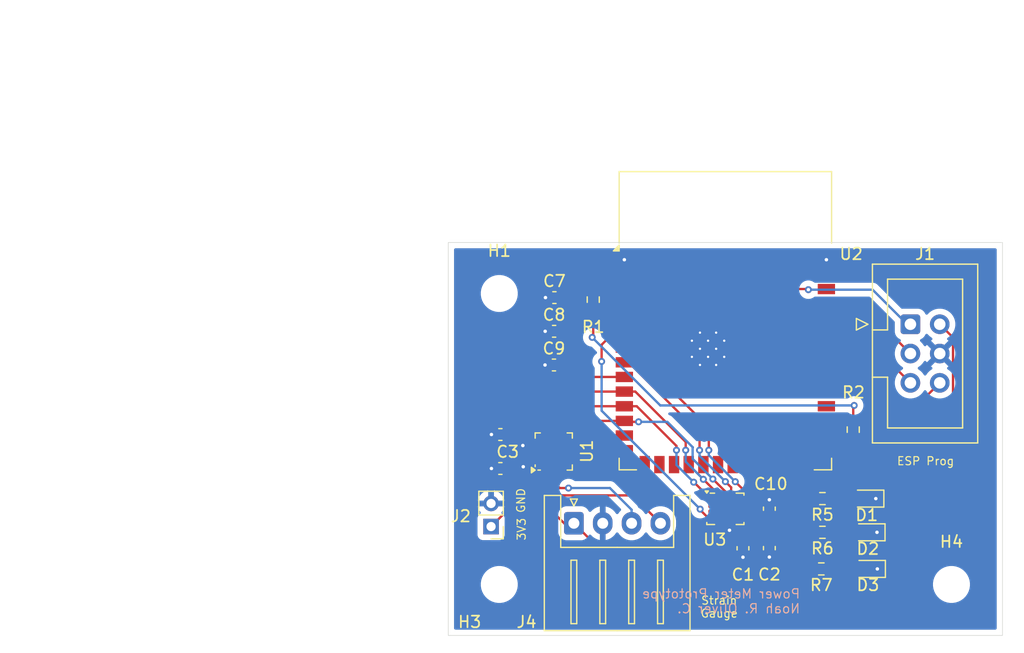
<source format=kicad_pcb>
(kicad_pcb (version 20241229) (generator "pcbnew") (generator_version "9.0")
  (title_block (title "dsads") (date "2024-07-18") (rev "1"))
  (layers (0 "F.Cu" signal) (2 "B.Cu" signal) (13 "F.Paste" user) (15 "B.Paste" user) (5 "F.SilkS" user "F.Silkscreen") (7 "B.SilkS" user "B.Silkscreen") (1 "F.Mask" user) (3 "B.Mask" user) (25 "Edge.Cuts" user))
  (net 0 "")
  (net 1 "+3V3")
  (net 2 "/SYNC_{ADC}")
  (net 3 "/ADS-")
  (net 4 "/CLK_{ADC}")
  (net 5 "/SCLK")
  (net 6 "/ADS+")
  (net 7 "/DRDY_{ADC}")
  (net 8 "/MISO")
  (net 9 "/CS_{ADC}")
  (net 10 "/MOSI")
  (net 11 "/CS_{gyro}")
  (net 22 "GND")
  (net 23 "Net-(D1-A)")
  (net 24 "Net-(D2-A)")
  (net 28 "Net-(D3-A)")
  (net 29 "/LED_{1}")
  (net 30 "/LED_{2}")
  (net 32 "/INT2_{gyro}")
  (net 33 "Net-(U1-CAP)")
  (net 37 "/INT1_{gyro}")
  (net 41 "/EN")
  (net 42 "/RX")
  (net 43 "/IO0")
  (net 44 "/TX")
  (net 56 "+3.3V")
  (footprint "RF_Module:ESP32-S3-WROOM-1" (layer "F.Cu") (at 153.035 96.339)
    (property "Reference" "U2" (at 10.8966 -5.7626 0) (layer "F.SilkS"))
    (property "Value" "ESP32-S3-WROOM-1")
    (fp_line (start -9.2 -12.9) (end -9.2 -6.7) (stroke (width 0.12)) (layer "F.SilkS"))
    (fp_line (start -9.2 -12.9) (end 9.2 -12.9) (stroke (width 0.12)) (layer "F.SilkS"))
    (fp_line (start -9.2 11.95) (end -9.2 12.95) (stroke (width 0.12)) (layer "F.SilkS"))
    (fp_line (start -9.2 12.95) (end -7.7 12.95) (stroke (width 0.12)) (layer "F.SilkS"))
    (fp_line (start 9.2 -12.9) (end 9.2 -6.7) (stroke (width 0.12)) (layer "F.SilkS"))
    (fp_line (start 9.2 12.95) (end 7.7 12.95) (stroke (width 0.12)) (layer "F.SilkS"))
    (fp_line (start 9.2 12.95) (end 9.2 11.95) (stroke (width 0.12)) (layer "F.SilkS"))
    (fp_poly (pts (xy -9.2 -6.025) (xy -9.7 -6.025) (xy -9.2 -6.525) (xy -9.2 -6.025)) (stroke (width 0.12)) (fill yes) (layer "F.SilkS"))
    (pad "1" smd rect (at -8.75 -5.26) (size 1.5 0.9) (layers "F.Cu" "F.Mask" "F.Paste") (net 22 "GND"))
    (pad "2" smd rect (at -8.75 -3.99) (size 1.5 0.9) (layers "F.Cu" "F.Mask" "F.Paste") (net 1 "+3V3"))
    (pad "3" smd rect (at -8.75 -2.72) (size 1.5 0.9) (layers "F.Cu" "F.Mask" "F.Paste") (net 41 "/EN"))
    (pad "4" smd rect (at -8.75 -1.45) (size 1.5 0.9) (layers "F.Cu" "F.Mask" "F.Paste"))
    (pad "5" smd rect (at -8.75 -0.18) (size 1.5 0.9) (layers "F.Cu" "F.Mask" "F.Paste"))
    (pad "6" smd rect (at -8.75 1.09) (size 1.5 0.9) (layers "F.Cu" "F.Mask" "F.Paste") (net 37 "/INT1_{gyro}"))
    (pad "7" smd rect (at -8.75 2.36) (size 1.5 0.9) (layers "F.Cu" "F.Mask" "F.Paste") (net 32 "/INT2_{gyro}"))
    (pad "8" smd rect (at -8.75 3.63) (size 1.5 0.9) (layers "F.Cu" "F.Mask" "F.Paste") (net 11 "/CS_{gyro}"))
    (pad "9" smd rect (at -8.75 4.9) (size 1.5 0.9) (layers "F.Cu" "F.Mask" "F.Paste") (net 4 "/CLK_{ADC}"))
    (pad "10" smd rect (at -8.75 6.17) (size 1.5 0.9) (layers "F.Cu" "F.Mask" "F.Paste") (net 10 "/MOSI"))
    (pad "11" smd rect (at -8.75 7.44) (size 1.5 0.9) (layers "F.Cu" "F.Mask" "F.Paste") (net 8 "/MISO"))
    (pad "12" smd rect (at -8.75 8.71) (size 1.5 0.9) (layers "F.Cu" "F.Mask" "F.Paste") (net 5 "/SCLK"))
    (pad "13" smd rect (at -8.75 9.98) (size 1.5 0.9) (layers "F.Cu" "F.Mask" "F.Paste") (net 7 "/DRDY_{ADC}"))
    (pad "14" smd rect (at -8.75 11.25 180) (size 1.5 0.9) (layers "F.Cu" "F.Mask" "F.Paste") (net 9 "/CS_{ADC}"))
    (pad "15" smd rect (at -6.985 12.5 270) (size 1.5 0.9) (layers "F.Cu" "F.Mask" "F.Paste") (net 2 "/SYNC_{ADC}"))
    (pad "16" smd rect (at -5.715 12.5 270) (size 1.5 0.9) (layers "F.Cu" "F.Mask" "F.Paste"))
    (pad "17" smd rect (at -4.445 12.5 270) (size 1.5 0.9) (layers "F.Cu" "F.Mask" "F.Paste"))
    (pad "18" smd rect (at -3.175 12.5 270) (size 1.5 0.9) (layers "F.Cu" "F.Mask" "F.Paste"))
    (pad "19" smd rect (at -1.905 12.5 270) (size 1.5 0.9) (layers "F.Cu" "F.Mask" "F.Paste"))
    (pad "20" smd rect (at -0.635 12.5 270) (size 1.5 0.9) (layers "F.Cu" "F.Mask" "F.Paste"))
    (pad "21" smd rect (at 0.635 12.5 270) (size 1.5 0.9) (layers "F.Cu" "F.Mask" "F.Paste"))
    (pad "22" smd rect (at 1.905 12.5 270) (size 1.5 0.9) (layers "F.Cu" "F.Mask" "F.Paste"))
    (pad "23" smd rect (at 3.175 12.5 270) (size 1.5 0.9) (layers "F.Cu" "F.Mask" "F.Paste"))
    (pad "24" smd rect (at 4.445 12.5 270) (size 1.5 0.9) (layers "F.Cu" "F.Mask" "F.Paste"))
    (pad "25" smd rect (at 5.715 12.5 270) (size 1.5 0.9) (layers "F.Cu" "F.Mask" "F.Paste") (net 30 "/LED_{2}"))
    (pad "26" smd rect (at 6.985 12.5 270) (size 1.5 0.9) (layers "F.Cu" "F.Mask" "F.Paste") (net 29 "/LED_{1}"))
    (pad "27" smd rect (at 8.75 11.25) (size 1.5 0.9) (layers "F.Cu" "F.Mask" "F.Paste") (net 43 "/IO0"))
    (pad "28" smd rect (at 8.75 9.98) (size 1.5 0.9) (layers "F.Cu" "F.Mask" "F.Paste"))
    (pad "29" smd rect (at 8.75 8.71) (size 1.5 0.9) (layers "F.Cu" "F.Mask" "F.Paste"))
    (pad "30" smd rect (at 8.75 7.44) (size 1.5 0.9) (layers "F.Cu" "F.Mask" "F.Paste"))
    (pad "31" smd rect (at 8.75 6.17) (size 1.5 0.9) (layers "F.Cu" "F.Mask" "F.Paste"))
    (pad "32" smd rect (at 8.75 4.9) (size 1.5 0.9) (layers "F.Cu" "F.Mask" "F.Paste"))
    (pad "33" smd rect (at 8.75 3.63) (size 1.5 0.9) (layers "F.Cu" "F.Mask" "F.Paste"))
    (pad "34" smd rect (at 8.75 2.36) (size 1.5 0.9) (layers "F.Cu" "F.Mask" "F.Paste"))
    (pad "35" smd rect (at 8.75 1.09) (size 1.5 0.9) (layers "F.Cu" "F.Mask" "F.Paste"))
    (pad "36" smd rect (at 8.75 -0.18) (size 1.5 0.9) (layers "F.Cu" "F.Mask" "F.Paste") (net 42 "/RX"))
    (pad "37" smd rect (at 8.75 -1.45) (size 1.5 0.9) (layers "F.Cu" "F.Mask" "F.Paste") (net 44 "/TX"))
    (pad "38" smd rect (at 8.75 -2.72) (size 1.5 0.9) (layers "F.Cu" "F.Mask" "F.Paste"))
    (pad "39" smd rect (at 8.75 -3.99) (size 1.5 0.9) (layers "F.Cu" "F.Mask" "F.Paste"))
    (pad "40" smd rect (at 8.75 -5.26) (size 1.5 0.9) (layers "F.Cu" "F.Mask" "F.Paste") (net 22 "GND"))
    (pad "41" thru_hole circle (at -2.9 1.76 90) (size 0.6 0.6) (drill 0.2) (property pad_prop_heatsink) (layers "*.Cu" "F.Mask") (net 22 "GND"))
    (pad "41" thru_hole circle (at -2.9 3.16) (size 0.6 0.6) (drill 0.2) (property pad_prop_heatsink) (layers "*.Cu" "F.Mask") (net 22 "GND"))
    (pad "41" thru_hole circle (at -2.2 1.06) (size 0.6 0.6) (drill 0.2) (property pad_prop_heatsink) (layers "*.Cu" "F.Mask") (net 22 "GND"))
    (pad "41" thru_hole circle (at -2.2 2.46) (size 0.6 0.6) (drill 0.2) (property pad_prop_heatsink) (layers "*.Cu" "F.Mask") (net 22 "GND"))
    (pad "41" thru_hole circle (at -2.2 3.86) (size 0.6 0.6) (drill 0.2) (property pad_prop_heatsink) (layers "*.Cu" "F.Mask") (net 22 "GND"))
    (pad "41" thru_hole circle (at -1.5 1.76) (size 0.6 0.6) (drill 0.2) (property pad_prop_heatsink) (layers "*.Cu" "F.Mask") (net 22 "GND"))
    (pad "41" smd rect (at -1.5 2.46 270) (size 3.9 3.9) (property pad_prop_heatsink) (layers "F.Cu" "F.Mask") (net 22 "GND"))
    (pad "41" thru_hole circle (at -1.5 3.16) (size 0.6 0.6) (drill 0.2) (property pad_prop_heatsink) (layers "*.Cu" "F.Mask") (net 22 "GND"))
    (pad "41" thru_hole circle (at -0.8 1.06) (size 0.6 0.6) (drill 0.2) (property pad_prop_heatsink) (layers "*.Cu" "F.Mask") (net 22 "GND"))
    (pad "41" thru_hole circle (at -0.8 2.46) (size 0.6 0.6) (drill 0.2) (property pad_prop_heatsink) (layers "*.Cu" "F.Mask") (net 22 "GND"))
    (pad "41" thru_hole circle (at -0.8 3.86) (size 0.6 0.6) (drill 0.2) (property pad_prop_heatsink) (layers "*.Cu" "F.Mask") (net 22 "GND"))
    (pad "41" thru_hole circle (at -0.1 1.76) (size 0.6 0.6) (drill 0.2) (property pad_prop_heatsink) (layers "*.Cu" "F.Mask") (net 22 "GND"))
    (pad "41" thru_hole circle (at -0.1 3.16) (size 0.6 0.6) (drill 0.2) (property pad_prop_heatsink) (layers "*.Cu" "F.Mask") (net 22 "GND"))
    (zone (net 0) (net_name "") (layers "F.Cu" "B.Cu") (connect_pads (clearance 0)) (min_thickness 0.254)
      (keepout (tracks not_allowed) (vias not_allowed) (pads not_allowed) (copperpour not_allowed) (footprints not_allowed))
      (fill (thermal_gap 0.508) (thermal_bridge_width 0.508))
      (polygon (pts (xy 129.035 89.589) (xy 177.035 89.589) (xy 177.035 68.589) (xy 129.035 68.589)))
    )
  )
  (footprint "Capacitor_SMD:C_0603_1608Metric" (layer "F.Cu") (at 133.5464 106.2296)
    (property "Reference" "C4" (hide yes))
    (property "Value" "220n")
    (fp_line (start -0.14058 -0.51) (end 0.14058 -0.51) (stroke (width 0.12)) (layer "F.SilkS"))
    (fp_line (start -0.14058 0.51) (end 0.14058 0.51) (stroke (width 0.12)) (layer "F.SilkS"))
    (pad "1" smd roundrect (at -0.775 0) (size 0.9 0.95) (layers "F.Cu" "F.Mask" "F.Paste") (net 22 "GND"))
    (pad "2" smd roundrect (at 0.775 0) (size 0.9 0.95) (layers "F.Cu" "F.Mask" "F.Paste") (net 33 "Net-(U1-CAP)"))
  )
  (footprint "Capacitor_SMD:C_0603_1608Metric" (layer "F.Cu") (at 133.5464 109.176)
    (property "Reference" "C3" (at 0.635 -1.4478 180) (layer "F.SilkS"))
    (property "Value" "1u")
    (fp_line (start -0.14058 -0.51) (end 0.14058 -0.51) (stroke (width 0.12)) (layer "F.SilkS"))
    (fp_line (start -0.14058 0.51) (end 0.14058 0.51) (stroke (width 0.12)) (layer "F.SilkS"))
    (pad "1" smd roundrect (at -0.775 0) (size 0.9 0.95) (layers "F.Cu" "F.Mask" "F.Paste") (net 22 "GND"))
    (pad "2" smd roundrect (at 0.775 0) (size 0.9 0.95) (layers "F.Cu" "F.Mask" "F.Paste") (net 1 "+3V3"))
  )
  (footprint "Capacitor_SMD:C_0603_1608Metric" (layer "F.Cu") (at 138.2268 94.361)
    (property "Reference" "C7" (at 0 -1.43 0) (layer "F.SilkS"))
    (property "Value" "10n")
    (fp_line (start -0.14058 -0.51) (end 0.14058 -0.51) (stroke (width 0.12)) (layer "F.SilkS"))
    (fp_line (start -0.14058 0.51) (end 0.14058 0.51) (stroke (width 0.12)) (layer "F.SilkS"))
    (pad "1" smd roundrect (at -0.775 0) (size 0.9 0.95) (layers "F.Cu" "F.Mask" "F.Paste") (net 22 "GND"))
    (pad "2" smd roundrect (at 0.775 0) (size 0.9 0.95) (layers "F.Cu" "F.Mask" "F.Paste") (net 1 "+3V3"))
  )
  (footprint "LED_SMD:LED_0603_1608Metric" (layer "F.Cu") (at 165.3793 114.7064 180)
    (property "Reference" "D2" (at 0 -1.43 0) (layer "F.SilkS"))
    (property "Value" "LED")
    (fp_line (start 0.8 -0.735) (end -1.485 -0.735) (stroke (width 0.12)) (layer "F.SilkS"))
    (fp_line (start -1.485 0.735) (end 0.8 0.735) (stroke (width 0.12)) (layer "F.SilkS"))
    (fp_line (start -1.485 -0.735) (end -1.485 0.735) (stroke (width 0.12)) (layer "F.SilkS"))
    (pad "1" smd roundrect (at -0.7875 0 180) (size 0.875 0.95) (layers "F.Cu" "F.Mask" "F.Paste") (net 22 "GND"))
    (pad "2" smd roundrect (at 0.7875 0 180) (size 0.875 0.95) (layers "F.Cu" "F.Mask" "F.Paste") (net 24 "Net-(D2-A)"))
  )
  (footprint "Resistor_SMD:R_0603_1608Metric" (layer "F.Cu") (at 161.4423 111.7854)
    (property "Reference" "R5" (at 0 1.397 0) (layer "F.SilkS"))
    (property "Value" "320")
    (fp_line (start -0.237258 -0.5225) (end 0.237258 -0.5225) (stroke (width 0.12)) (layer "F.SilkS"))
    (fp_line (start -0.237258 0.5225) (end 0.237258 0.5225) (stroke (width 0.12)) (layer "F.SilkS"))
    (pad "1" smd roundrect (at -0.825 0) (size 0.8 0.95) (layers "F.Cu" "F.Mask" "F.Paste") (net 29 "/LED_{1}"))
    (pad "2" smd roundrect (at 0.825 0) (size 0.8 0.95) (layers "F.Cu" "F.Mask" "F.Paste") (net 23 "Net-(D1-A)"))
  )
  (footprint "Capacitor_SMD:C_0603_1608Metric" (layer "F.Cu") (at 138.1884 100.203)
    (property "Reference" "C9" (at 0 -1.43 0) (layer "F.SilkS"))
    (property "Value" "1u")
    (fp_line (start -0.14058 -0.51) (end 0.14058 -0.51) (stroke (width 0.12)) (layer "F.SilkS"))
    (fp_line (start -0.14058 0.51) (end 0.14058 0.51) (stroke (width 0.12)) (layer "F.SilkS"))
    (pad "1" smd roundrect (at -0.775 0) (size 0.9 0.95) (layers "F.Cu" "F.Mask" "F.Paste") (net 22 "GND"))
    (pad "2" smd roundrect (at 0.775 0) (size 0.9 0.95) (layers "F.Cu" "F.Mask" "F.Paste") (net 1 "+3V3"))
  )
  (footprint "Resistor_SMD:R_0603_1608Metric" (layer "F.Cu") (at 164.11 105.805 -90)
    (property "Reference" "R2" (at -3.225 -0.02 180) (layer "F.SilkS"))
    (property "Value" "5.1k")
    (fp_line (start -0.237258 0.5225) (end 0.237258 0.5225) (stroke (width 0.12)) (layer "F.SilkS"))
    (fp_line (start -0.237258 -0.5225) (end 0.237258 -0.5225) (stroke (width 0.12)) (layer "F.SilkS"))
    (pad "1" smd roundrect (at -0.825 0 270) (size 0.8 0.95) (layers "F.Cu" "F.Mask" "F.Paste") (net 56 "+3.3V"))
    (pad "2" smd roundrect (at 0.825 0 270) (size 0.8 0.95) (layers "F.Cu" "F.Mask" "F.Paste") (net 43 "/IO0"))
  )
  (footprint "MountingHole:MountingHole_2.7mm_M2.5" (layer "F.Cu") (at 172.6184 119.2276)
    (property "Reference" "H4" (at 0 -3.7 0) (layer "F.SilkS"))
    (property "Value" "M2.5")
    (pad "" np_thru_hole circle (at 0 0) (size 2.7 2.7) (drill 2.7) (layers "*.Cu" "*.Mask"))
  )
  (footprint "Connector_JST:JST_XH_S4B-XH-A_1x04_P2.50mm_Horizontal" (layer "F.Cu") (at 139.9124 113.9234)
    (property "Reference" "J4" (at -4.0986 8.5554 0) (layer "F.SilkS"))
    (property "Value" "Conn_01x04_Pin")
    (fp_line (start -2.56 -2.41) (end -1.14 -2.41) (stroke (width 0.12)) (layer "F.SilkS"))
    (fp_line (start -2.56 9.31) (end -2.56 -2.41) (stroke (width 0.12)) (layer "F.SilkS"))
    (fp_line (start -1.14 -2.41) (end -1.14 2.09) (stroke (width 0.12)) (layer "F.SilkS"))
    (fp_line (start -1.14 2.09) (end 3.75 2.09) (stroke (width 0.12)) (layer "F.SilkS"))
    (fp_line (start -0.3 -2.1) (end 0.3 -2.1) (stroke (width 0.12)) (layer "F.SilkS"))
    (fp_line (start -0.25 3.2) (end -0.25 8.7) (stroke (width 0.12)) (layer "F.SilkS"))
    (fp_line (start -0.25 8.7) (end 0.25 8.7) (stroke (width 0.12)) (layer "F.SilkS"))
    (fp_line (start 0 -1.5) (end -0.3 -2.1) (stroke (width 0.12)) (layer "F.SilkS"))
    (fp_line (start 0.25 3.2) (end -0.25 3.2) (stroke (width 0.12)) (layer "F.SilkS"))
    (fp_line (start 0.25 8.7) (end 0.25 3.2) (stroke (width 0.12)) (layer "F.SilkS"))
    (fp_line (start 0.3 -2.1) (end 0 -1.5) (stroke (width 0.12)) (layer "F.SilkS"))
    (fp_line (start 2.25 3.2) (end 2.25 8.7) (stroke (width 0.12)) (layer "F.SilkS"))
    (fp_line (start 2.25 8.7) (end 2.75 8.7) (stroke (width 0.12)) (layer "F.SilkS"))
    (fp_line (start 2.75 3.2) (end 2.25 3.2) (stroke (width 0.12)) (layer "F.SilkS"))
    (fp_line (start 2.75 8.7) (end 2.75 3.2) (stroke (width 0.12)) (layer "F.SilkS"))
    (fp_line (start 3.75 9.31) (end -2.56 9.31) (stroke (width 0.12)) (layer "F.SilkS"))
    (fp_line (start 3.75 9.31) (end 10.06 9.31) (stroke (width 0.12)) (layer "F.SilkS"))
    (fp_line (start 4.75 3.2) (end 4.75 8.7) (stroke (width 0.12)) (layer "F.SilkS"))
    (fp_line (start 4.75 8.7) (end 5.25 8.7) (stroke (width 0.12)) (layer "F.SilkS"))
    (fp_line (start 5.25 3.2) (end 4.75 3.2) (stroke (width 0.12)) (layer "F.SilkS"))
    (fp_line (start 5.25 8.7) (end 5.25 3.2) (stroke (width 0.12)) (layer "F.SilkS"))
    (fp_line (start 7.25 3.2) (end 7.25 8.7) (stroke (width 0.12)) (layer "F.SilkS"))
    (fp_line (start 7.25 8.7) (end 7.75 8.7) (stroke (width 0.12)) (layer "F.SilkS"))
    (fp_line (start 7.75 3.2) (end 7.25 3.2) (stroke (width 0.12)) (layer "F.SilkS"))
    (fp_line (start 7.75 8.7) (end 7.75 3.2) (stroke (width 0.12)) (layer "F.SilkS"))
    (fp_line (start 8.64 -2.41) (end 8.64 2.09) (stroke (width 0.12)) (layer "F.SilkS"))
    (fp_line (start 8.64 2.09) (end 3.75 2.09) (stroke (width 0.12)) (layer "F.SilkS"))
    (fp_line (start 10.06 -2.41) (end 8.64 -2.41) (stroke (width 0.12)) (layer "F.SilkS"))
    (fp_line (start 10.06 9.31) (end 10.06 -2.41) (stroke (width 0.12)) (layer "F.SilkS"))
    (pad "1" thru_hole roundrect (at 0 0) (size 1.7 1.95) (drill 0.95) (layers "*.Cu" "*.Mask") (roundrect_rratio 0.147059) (net 1 "+3V3"))
    (pad "2" thru_hole oval (at 2.5 0) (size 1.7 1.95) (drill 0.95) (layers "*.Cu" "*.Mask") (net 22 "GND"))
    (pad "3" thru_hole oval (at 5 0) (size 1.7 1.95) (drill 0.95) (layers "*.Cu" "*.Mask") (net 3 "/ADS-"))
    (pad "4" thru_hole oval (at 7.5 0) (size 1.7 1.95) (drill 0.95) (layers "*.Cu" "*.Mask") (net 6 "/ADS+"))
  )
  (footprint "Resistor_SMD:R_0603_1608Metric" (layer "F.Cu") (at 161.4423 114.7064)
    (property "Reference" "R6" (at 0 1.397 0) (layer "F.SilkS"))
    (property "Value" "320")
    (fp_line (start -0.237258 -0.5225) (end 0.237258 -0.5225) (stroke (width 0.12)) (layer "F.SilkS"))
    (fp_line (start -0.237258 0.5225) (end 0.237258 0.5225) (stroke (width 0.12)) (layer "F.SilkS"))
    (pad "1" smd roundrect (at -0.825 0) (size 0.8 0.95) (layers "F.Cu" "F.Mask" "F.Paste") (net 30 "/LED_{2}"))
    (pad "2" smd roundrect (at 0.825 0) (size 0.8 0.95) (layers "F.Cu" "F.Mask" "F.Paste") (net 24 "Net-(D2-A)"))
  )
  (footprint "MountingHole:MountingHole_2.7mm_M2.5" (layer "F.Cu") (at 133.4516 94.0054)
    (property "Reference" "H1" (at 0 -3.7 0) (layer "F.SilkS"))
    (property "Value" "M2.5")
    (pad "" np_thru_hole circle (at 0 0) (size 2.7 2.7) (drill 2.7) (layers "*.Cu" "*.Mask"))
  )
  (footprint "Capacitor_SMD:C_0603_1608Metric" (layer "F.Cu") (at 154.559 116.091 90)
    (property "Reference" "C1" (at -2.286 0 180) (layer "F.SilkS"))
    (property "Value" "10n")
    (fp_line (start -0.14058 -0.51) (end 0.14058 -0.51) (stroke (width 0.12)) (layer "F.SilkS"))
    (fp_line (start -0.14058 0.51) (end 0.14058 0.51) (stroke (width 0.12)) (layer "F.SilkS"))
    (pad "1" smd roundrect (at -0.775 0 90) (size 0.9 0.95) (layers "F.Cu" "F.Mask" "F.Paste") (net 22 "GND"))
    (pad "2" smd roundrect (at 0.775 0 90) (size 0.9 0.95) (layers "F.Cu" "F.Mask" "F.Paste") (net 1 "+3V3"))
  )
  (footprint "Resistor_SMD:R_0603_1608Metric" (layer "F.Cu") (at 161.3468 117.8814)
    (property "Reference" "R7" (at 0 1.397 0) (layer "F.SilkS"))
    (property "Value" "320")
    (fp_line (start -0.237258 -0.5225) (end 0.237258 -0.5225) (stroke (width 0.12)) (layer "F.SilkS"))
    (fp_line (start -0.237258 0.5225) (end 0.237258 0.5225) (stroke (width 0.12)) (layer "F.SilkS"))
    (pad "1" smd roundrect (at -0.825 0) (size 0.8 0.95) (layers "F.Cu" "F.Mask" "F.Paste") (net 1 "+3V3"))
    (pad "2" smd roundrect (at 0.825 0) (size 0.8 0.95) (layers "F.Cu" "F.Mask" "F.Paste") (net 28 "Net-(D3-A)"))
  )
  (footprint "Package_LGA:LGA-14_3x2.5mm_P0.5mm_LayoutBorder3x4y" (layer "F.Cu") (at 153.035 112.6725)
    (property "Reference" "U3" (at -0.9144 2.6689 0) (layer "F.SilkS"))
    (property "Value" "ICM-42670-P1")
    (fp_line (start -1.61 1.36) (end -1.61 1.185) (stroke (width 0.12)) (layer "F.SilkS"))
    (fp_line (start -0.935 -1.36) (end -1.31 -1.36) (stroke (width 0.12)) (layer "F.SilkS"))
    (fp_line (start -0.935 1.36) (end -1.61 1.36) (stroke (width 0.12)) (layer "F.SilkS"))
    (fp_line (start 0.935 -1.36) (end 1.61 -1.36) (stroke (width 0.12)) (layer "F.SilkS"))
    (fp_line (start 0.935 1.36) (end 1.61 1.36) (stroke (width 0.12)) (layer "F.SilkS"))
    (fp_line (start 1.61 -1.36) (end 1.61 -1.185) (stroke (width 0.12)) (layer "F.SilkS"))
    (fp_line (start 1.61 1.36) (end 1.61 1.185) (stroke (width 0.12)) (layer "F.SilkS"))
    (fp_poly (pts (xy -1.61 -1.36) (xy -1.75 -1.55) (xy -1.47 -1.55) (xy -1.61 -1.36)) (stroke (width 0.12)) (fill yes) (layer "F.SilkS"))
    (pad "1" smd roundrect (at -1.1625 -0.75) (size 0.625 0.35) (layers "F.Cu" "F.Mask" "F.Paste") (net 8 "/MISO"))
    (pad "2" smd roundrect (at -1.1625 -0.25) (size 0.625 0.35) (layers "F.Cu" "F.Mask" "F.Paste"))
    (pad "3" smd roundrect (at -1.1625 0.25) (size 0.625 0.35) (layers "F.Cu" "F.Mask" "F.Paste"))
    (pad "4" smd roundrect (at -1.1625 0.75) (size 0.625 0.35) (layers "F.Cu" "F.Mask" "F.Paste") (net 37 "/INT1_{gyro}"))
    (pad "5" smd roundrect (at -0.5 0.9125) (size 0.35 0.625) (layers "F.Cu" "F.Mask" "F.Paste") (net 1 "+3V3"))
    (pad "6" smd roundrect (at 0 0.9125) (size 0.35 0.625) (layers "F.Cu" "F.Mask" "F.Paste") (net 22 "GND"))
    (pad "7" smd roundrect (at 0.5 0.9125) (size 0.35 0.625) (layers "F.Cu" "F.Mask" "F.Paste") (net 22 "GND"))
    (pad "8" smd roundrect (at 1.1625 0.75) (size 0.625 0.35) (layers "F.Cu" "F.Mask" "F.Paste") (net 1 "+3V3"))
    (pad "9" smd roundrect (at 1.1625 0.25) (size 0.625 0.35) (layers "F.Cu" "F.Mask" "F.Paste") (net 32 "/INT2_{gyro}"))
    (pad "10" smd roundrect (at 1.1625 -0.25) (size 0.625 0.35) (layers "F.Cu" "F.Mask" "F.Paste"))
    (pad "11" smd roundrect (at 1.1625 -0.75) (size 0.625 0.35) (layers "F.Cu" "F.Mask" "F.Paste"))
    (pad "12" smd roundrect (at 0.5 -0.9125) (size 0.35 0.625) (layers "F.Cu" "F.Mask" "F.Paste") (net 11 "/CS_{gyro}"))
    (pad "13" smd roundrect (at 0 -0.9125) (size 0.35 0.625) (layers "F.Cu" "F.Mask" "F.Paste") (net 5 "/SCLK"))
    (pad "14" smd roundrect (at -0.5 -0.9125) (size 0.35 0.625) (layers "F.Cu" "F.Mask" "F.Paste") (net 10 "/MOSI"))
  )
  (footprint "MountingHole:MountingHole_2.7mm_M2.5" (layer "F.Cu") (at 133.4516 119.2276)
    (property "Reference" "H3" (at -2.5654 3.2512 0) (layer "F.SilkS"))
    (property "Value" "M2.5")
    (pad "" np_thru_hole circle (at 0 0) (size 2.7 2.7) (drill 2.7) (layers "*.Cu" "*.Mask"))
  )
  (footprint "Capacitor_SMD:C_0603_1608Metric" (layer "F.Cu") (at 138.2014 97.282)
    (property "Reference" "C8" (at 0 -1.43 0) (layer "F.SilkS"))
    (property "Value" "100n")
    (fp_line (start -0.14058 -0.51) (end 0.14058 -0.51) (stroke (width 0.12)) (layer "F.SilkS"))
    (fp_line (start -0.14058 0.51) (end 0.14058 0.51) (stroke (width 0.12)) (layer "F.SilkS"))
    (pad "1" smd roundrect (at -0.775 0) (size 0.9 0.95) (layers "F.Cu" "F.Mask" "F.Paste") (net 22 "GND"))
    (pad "2" smd roundrect (at 0.775 0) (size 0.9 0.95) (layers "F.Cu" "F.Mask" "F.Paste") (net 1 "+3V3"))
  )
  (footprint "Connector_PinHeader_2.00mm:PinHeader_1x02_P2.00mm_Vertical" (layer "F.Cu") (at 132.7404 114.2078 180)
    (property "Reference" "J2" (at 2.6162 0.8984 180) (layer "F.SilkS"))
    (property "Value" "Conn_01x02_Pin")
    (fp_line (start 1.06 1) (end 1.06 3.06) (stroke (width 0.12)) (layer "F.SilkS"))
    (fp_line (start -1.06 3.06) (end 1.06 3.06) (stroke (width 0.12)) (layer "F.SilkS"))
    (fp_line (start -1.06 1) (end 1.06 1) (stroke (width 0.12)) (layer "F.SilkS"))
    (fp_line (start -1.06 1) (end -1.06 3.06) (stroke (width 0.12)) (layer "F.SilkS"))
    (fp_line (start -1.06 0) (end -1.06 -1.06) (stroke (width 0.12)) (layer "F.SilkS"))
    (fp_line (start -1.06 -1.06) (end 0 -1.06) (stroke (width 0.12)) (layer "F.SilkS"))
    (pad "1" thru_hole rect (at 0 0 180) (size 1.35 1.35) (drill 0.8) (layers "*.Cu" "*.Mask") (net 1 "+3V3"))
    (pad "2" thru_hole oval (at 0 2 180) (size 1.35 1.35) (drill 0.8) (layers "*.Cu" "*.Mask") (net 22 "GND"))
  )
  (footprint "LED_SMD:LED_0603_1608Metric" (layer "F.Cu") (at 165.2778 111.7854 180)
    (property "Reference" "D1" (at 0 -1.43 0) (layer "F.SilkS"))
    (property "Value" "LED")
    (fp_line (start 0.8 -0.735) (end -1.485 -0.735) (stroke (width 0.12)) (layer "F.SilkS"))
    (fp_line (start -1.485 0.735) (end 0.8 0.735) (stroke (width 0.12)) (layer "F.SilkS"))
    (fp_line (start -1.485 -0.735) (end -1.485 0.735) (stroke (width 0.12)) (layer "F.SilkS"))
    (pad "1" smd roundrect (at -0.7875 0 180) (size 0.875 0.95) (layers "F.Cu" "F.Mask" "F.Paste") (net 22 "GND"))
    (pad "2" smd roundrect (at 0.7875 0 180) (size 0.875 0.95) (layers "F.Cu" "F.Mask" "F.Paste") (net 23 "Net-(D1-A)"))
  )
  (footprint "Capacitor_SMD:C_0603_1608Metric" (layer "F.Cu") (at 156.845 112.6595 -90)
    (property "Reference" "C10" (at -2.146 -0.127 180) (layer "F.SilkS"))
    (property "Value" "2.2u")
    (fp_line (start -0.14058 0.51) (end 0.14058 0.51) (stroke (width 0.12)) (layer "F.SilkS"))
    (fp_line (start -0.14058 -0.51) (end 0.14058 -0.51) (stroke (width 0.12)) (layer "F.SilkS"))
    (pad "1" smd roundrect (at -0.775 0 270) (size 0.9 0.95) (layers "F.Cu" "F.Mask" "F.Paste") (net 22 "GND"))
    (pad "2" smd roundrect (at 0.775 0 270) (size 0.9 0.95) (layers "F.Cu" "F.Mask" "F.Paste") (net 1 "+3V3"))
  )
  (footprint "LED_SMD:LED_0603_1608Metric" (layer "F.Cu") (at 165.4108 117.8814 180)
    (property "Reference" "D3" (at 0.0255 -1.397 0) (layer "F.SilkS"))
    (property "Value" "LED")
    (fp_line (start 0.8 -0.735) (end -1.485 -0.735) (stroke (width 0.12)) (layer "F.SilkS"))
    (fp_line (start -1.485 0.735) (end 0.8 0.735) (stroke (width 0.12)) (layer "F.SilkS"))
    (fp_line (start -1.485 -0.735) (end -1.485 0.735) (stroke (width 0.12)) (layer "F.SilkS"))
    (pad "1" smd roundrect (at -0.7875 0 180) (size 0.875 0.95) (layers "F.Cu" "F.Mask" "F.Paste") (net 22 "GND"))
    (pad "2" smd roundrect (at 0.7875 0 180) (size 0.875 0.95) (layers "F.Cu" "F.Mask" "F.Paste") (net 28 "Net-(D3-A)"))
  )
  (footprint "Connector_IDC:IDC-Header_2x03_P2.54mm_Vertical" (layer "F.Cu") (at 169.0624 96.6724)
    (property "Reference" "J1" (at 1.27 -6.1 0) (layer "F.SilkS"))
    (property "Value" "Conn_02x03_Odd_Even")
    (fp_line (start -4.68 -0.5) (end -4.68 0.5) (stroke (width 0.12)) (layer "F.SilkS"))
    (fp_line (start -4.68 0.5) (end -3.68 0) (stroke (width 0.12)) (layer "F.SilkS"))
    (fp_line (start -3.68 0) (end -4.68 -0.5) (stroke (width 0.12)) (layer "F.SilkS"))
    (fp_line (start -3.29 -5.21) (end 5.83 -5.21) (stroke (width 0.12)) (layer "F.SilkS"))
    (fp_line (start -3.29 0.49) (end -1.98 0.49) (stroke (width 0.12)) (layer "F.SilkS"))
    (fp_line (start -3.29 10.29) (end -3.29 -5.21) (stroke (width 0.12)) (layer "F.SilkS"))
    (fp_line (start -1.98 -3.91) (end 4.52 -3.91) (stroke (width 0.12)) (layer "F.SilkS"))
    (fp_line (start -1.98 0.49) (end -1.98 -3.91) (stroke (width 0.12)) (layer "F.SilkS"))
    (fp_line (start -1.98 4.59) (end -3.29 4.59) (stroke (width 0.12)) (layer "F.SilkS"))
    (fp_line (start -1.98 4.59) (end -1.98 4.59) (stroke (width 0.12)) (layer "F.SilkS"))
    (fp_line (start -1.98 8.99) (end -1.98 4.59) (stroke (width 0.12)) (layer "F.SilkS"))
    (fp_line (start 4.52 -3.91) (end 4.52 8.99) (stroke (width 0.12)) (layer "F.SilkS"))
    (fp_line (start 4.52 8.99) (end -1.98 8.99) (stroke (width 0.12)) (layer "F.SilkS"))
    (fp_line (start 5.83 -5.21) (end 5.83 10.29) (stroke (width 0.12)) (layer "F.SilkS"))
    (fp_line (start 5.83 10.29) (end -3.29 10.29) (stroke (width 0.12)) (layer "F.SilkS"))
    (pad "1" thru_hole roundrect (at 0 0) (size 1.7 1.7) (drill 1) (layers "*.Cu" "*.Mask") (roundrect_rratio 0.147059) (net 41 "/EN"))
    (pad "2" thru_hole circle (at 2.54 0) (size 1.7 1.7) (drill 1) (layers "*.Cu" "*.Mask") (net 1 "+3V3"))
    (pad "3" thru_hole circle (at 0 2.54) (size 1.7 1.7) (drill 1) (layers "*.Cu" "*.Mask") (net 44 "/TX"))
    (pad "4" thru_hole circle (at 2.54 2.54) (size 1.7 1.7) (drill 1) (layers "*.Cu" "*.Mask") (net 22 "GND"))
    (pad "5" thru_hole circle (at 0 5.08) (size 1.7 1.7) (drill 1) (layers "*.Cu" "*.Mask") (net 42 "/RX"))
    (pad "6" thru_hole circle (at 2.54 5.08) (size 1.7 1.7) (drill 1) (layers "*.Cu" "*.Mask") (net 43 "/IO0"))
  )
  (footprint "Resistor_SMD:R_0603_1608Metric" (layer "F.Cu") (at 141.59 94.535 -90)
    (property "Reference" "R1" (at 2.365 0 180) (layer "F.SilkS"))
    (property "Value" "5.1k")
    (fp_line (start -0.237258 0.5225) (end 0.237258 0.5225) (stroke (width 0.12)) (layer "F.SilkS"))
    (fp_line (start -0.237258 -0.5225) (end 0.237258 -0.5225) (stroke (width 0.12)) (layer "F.SilkS"))
    (pad "1" smd roundrect (at -0.825 0 270) (size 0.8 0.95) (layers "F.Cu" "F.Mask" "F.Paste") (net 41 "/EN"))
    (pad "2" smd roundrect (at 0.825 0 270) (size 0.8 0.95) (layers "F.Cu" "F.Mask" "F.Paste") (net 56 "+3.3V"))
  )
  (footprint "Package_DFN_QFN:WQFN-20-1EP_3x3mm_P0.4mm_EP1.7x1.7mm" (layer "F.Cu") (at 138.1692 107.7028 90)
    (property "Reference" "U1" (at 0.0254 2.8702 90) (layer "F.SilkS"))
    (property "Value" "ADS131M03")
    (fp_line (start 1.61 -1.61) (end 1.61 -1.16) (stroke (width 0.12)) (layer "F.SilkS"))
    (fp_line (start 1.16 -1.61) (end 1.61 -1.61) (stroke (width 0.12)) (layer "F.SilkS"))
    (fp_line (start -1.16 -1.61) (end -1.31 -1.61) (stroke (width 0.12)) (layer "F.SilkS"))
    (fp_line (start -1.61 -1.16) (end -1.61 -1.37) (stroke (width 0.12)) (layer "F.SilkS"))
    (fp_line (start 1.61 1.61) (end 1.61 1.16) (stroke (width 0.12)) (layer "F.SilkS"))
    (fp_line (start 1.16 1.61) (end 1.61 1.61) (stroke (width 0.12)) (layer "F.SilkS"))
    (fp_line (start -1.16 1.61) (end -1.61 1.61) (stroke (width 0.12)) (layer "F.SilkS"))
    (fp_line (start -1.61 1.61) (end -1.61 1.16) (stroke (width 0.12)) (layer "F.SilkS"))
    (fp_poly (pts (xy -1.61 -1.61) (xy -1.85 -1.94) (xy -1.37 -1.94) (xy -1.61 -1.61)) (stroke (width 0.12)) (fill yes) (layer "F.SilkS"))
    (pad "1" smd roundrect (at -1.4625 -0.8 90) (size 0.825 0.2) (layers "F.Cu" "F.Mask" "F.Paste") (net 6 "/ADS+"))
    (pad "2" smd roundrect (at -1.4625 -0.4 90) (size 0.825 0.2) (layers "F.Cu" "F.Mask" "F.Paste") (net 3 "/ADS-"))
    (pad "3" smd roundrect (at -1.4625 0 90) (size 0.825 0.2) (layers "F.Cu" "F.Mask" "F.Paste"))
    (pad "4" smd roundrect (at -1.4625 0.4 90) (size 0.825 0.2) (layers "F.Cu" "F.Mask" "F.Paste"))
    (pad "5" smd roundrect (at -1.4625 0.8 90) (size 0.825 0.2) (layers "F.Cu" "F.Mask" "F.Paste"))
    (pad "6" smd roundrect (at -0.8 1.4625 90) (size 0.2 0.825) (layers "F.Cu" "F.Mask" "F.Paste"))
    (pad "7" smd roundrect (at -0.4 1.4625 90) (size 0.2 0.825) (layers "F.Cu" "F.Mask" "F.Paste"))
    (pad "8" smd roundrect (at 0 1.4625 90) (size 0.2 0.825) (layers "F.Cu" "F.Mask" "F.Paste"))
    (pad "9" smd roundrect (at 0.4 1.4625 90) (size 0.2 0.825) (layers "F.Cu" "F.Mask" "F.Paste") (net 2 "/SYNC_{ADC}"))
    (pad "10" smd roundrect (at 0.8 1.4625 90) (size 0.2 0.825) (layers "F.Cu" "F.Mask" "F.Paste") (net 9 "/CS_{ADC}"))
    (pad "11" smd roundrect (at 1.4625 0.8 90) (size 0.825 0.2) (layers "F.Cu" "F.Mask" "F.Paste") (net 7 "/DRDY_{ADC}"))
    (pad "12" smd roundrect (at 1.4625 0.4 90) (size 0.825 0.2) (layers "F.Cu" "F.Mask" "F.Paste") (net 5 "/SCLK"))
    (pad "13" smd roundrect (at 1.4625 0 90) (size 0.825 0.2) (layers "F.Cu" "F.Mask" "F.Paste") (net 8 "/MISO"))
    (pad "14" smd roundrect (at 1.4625 -0.4 90) (size 0.825 0.2) (layers "F.Cu" "F.Mask" "F.Paste") (net 10 "/MOSI"))
    (pad "15" smd roundrect (at 1.4625 -0.8 90) (size 0.825 0.2) (layers "F.Cu" "F.Mask" "F.Paste") (net 4 "/CLK_{ADC}"))
    (pad "16" smd roundrect (at 0.8 -1.4625 90) (size 0.2 0.825) (layers "F.Cu" "F.Mask" "F.Paste") (net 33 "Net-(U1-CAP)"))
    (pad "17" smd roundrect (at 0.4 -1.4625 90) (size 0.2 0.825) (layers "F.Cu" "F.Mask" "F.Paste") (net 22 "GND"))
    (pad "18" smd roundrect (at 0 -1.4625 90) (size 0.2 0.825) (layers "F.Cu" "F.Mask" "F.Paste") (net 1 "+3V3"))
    (pad "19" smd roundrect (at -0.4 -1.4625 90) (size 0.2 0.825) (layers "F.Cu" "F.Mask" "F.Paste") (net 1 "+3V3"))
    (pad "20" smd roundrect (at -0.8 -1.4625 90) (size 0.2 0.825) (layers "F.Cu" "F.Mask" "F.Paste") (net 22 "GND"))
    (pad "21" smd rect (at 0 0 90) (size 1.7 1.7) (property pad_prop_heatsink) (layers "F.Cu" "F.Mask"))
  )
  (footprint "Capacitor_SMD:C_0603_1608Metric" (layer "F.Cu") (at 156.845 116.078 90)
    (property "Reference" "C2" (at -2.286 0 180) (layer "F.SilkS"))
    (property "Value" "0.1u")
    (fp_line (start -0.14058 -0.51) (end 0.14058 -0.51) (stroke (width 0.12)) (layer "F.SilkS"))
    (fp_line (start -0.14058 0.51) (end 0.14058 0.51) (stroke (width 0.12)) (layer "F.SilkS"))
    (pad "1" smd roundrect (at -0.775 0 90) (size 0.9 0.95) (layers "F.Cu" "F.Mask" "F.Paste") (net 22 "GND"))
    (pad "2" smd roundrect (at 0.775 0 90) (size 0.9 0.95) (layers "F.Cu" "F.Mask" "F.Paste") (net 1 "+3V3"))
  )
  (gr_rect (start 129.032 89.5858) (end 177.038 123.6472) (stroke (width 0.05)) (fill no) (layer "Edge.Cuts"))
  (gr_text "GND" (at 135.7376 113.0808 90) (layer "F.SilkS") (effects (font (size 0.7 0.7) (thickness 0.1)) (justify left bottom)))
  (gr_text "ESP Prog" (at 167.8432 108.9406 0) (layer "F.SilkS") (effects (font (size 0.7 0.7) (thickness 0.1)) (justify left bottom)))
  (gr_text "3V3" (at 135.7884 115.4684 90) (layer "F.SilkS") (effects (font (size 0.7 0.7) (thickness 0.1)) (justify left bottom)))
  (gr_text "Strain\nGauge" (at 152.5016 122.1486 0) (layer "F.SilkS") (effects (font (size 0.7 0.7) (thickness 0.1)) (justify bottom)))
  (gr_text "Power Meter Prototype\nNoah R. Oliver C." (at 159.5628 121.793 0) (layer "B.SilkS") (effects (font (size 0.8 0.8) (thickness 0.1)) (justify left bottom mirror)))
  (segment (start 157.9434 115.303) (end 160.5218 117.8814) (width 0.2) (layer "F.Cu") (net 1))
  (segment (start 156.832 115.316) (end 156.845 115.303) (width 0.2) (layer "F.Cu") (net 1))
  (segment (start 134.3214 109.176) (end 135.7946 107.7028) (width 0.2) (layer "F.Cu") (net 1))
  (segment (start 141.0138 92.349) (end 139.0018 94.361) (width 0.2) (layer "F.Cu") (net 1))
  (segment (start 152.535 113.897499) (end 150.684699 115.7478) (width 0.2) (layer "F.Cu") (net 1))
  (segment (start 164.9839 117.1054) (end 161.2978 117.1054) (width 0.2) (layer "F.Cu") (net 1))
  (segment (start 134.3214 109.176) (end 134.3214 112.6268) (width 0.2) (layer "F.Cu") (net 1))
  (segment (start 152.535 113.585) (end 152.535 113.897499) (width 0.2) (layer "F.Cu") (net 1))
  (segment (start 134.3214 112.6268) (end 132.7404 114.2078) (width 0.2) (layer "F.Cu") (net 1))
  (segment (start 138.9764 94.4756) (end 138.9764 97.282) (width 0.2) (layer "F.Cu") (net 1))
  (segment (start 154.559 115.316) (end 154.559 113.784) (width 0.2) (layer "F.Cu") (net 1))
  (segment (start 135.7946 107.7028) (end 136.7067 107.7028) (width 0.2) (layer "F.Cu") (net 1))
  (segment (start 150.684699 115.7478) (end 141.7368 115.7478) (width 0.2) (layer "F.Cu") (net 1))
  (segment (start 138.9764 97.282) (end 138.9764 100.19) (width 0.2) (layer "F.Cu") (net 1))
  (segment (start 141.7368 115.7478) (end 139.9124 113.9234) (width 0.2) (layer "F.Cu") (net 1))
  (segment (start 133.5704 105.596) (end 133.5704 108.425) (width 0.2) (layer "F.Cu") (net 1))
  (segment (start 133.5704 108.425) (end 134.3214 109.176) (width 0.2) (layer "F.Cu") (net 1))
  (segment (start 138.9634 100.203) (end 133.5704 105.596) (width 0.2) (layer "F.Cu") (net 1))
  (segment (start 152.535 114.522943) (end 153.328057 115.316) (width 0.2) (layer "F.Cu") (net 1))
  (segment (start 156.845 115.303) (end 157.9434 115.303) (width 0.2) (layer "F.Cu") (net 1))
  (segment (start 161.2978 117.1054) (end 160.5218 117.8814) (width 0.2) (layer "F.Cu") (net 1))
  (segment (start 171.6024 96.6724) (end 172.7534 97.8234) (width 0.2) (layer "F.Cu") (net 1))
  (segment (start 139.0018 94.4502) (end 138.9764 94.4756) (width 0.2) (layer "F.Cu") (net 1))
  (segment (start 156.845 115.303) (end 156.845 113.4345) (width 0.2) (layer "F.Cu") (net 1))
  (segment (start 136.7067 107.7028) (end 136.7067 108.1028) (width 0.2) (layer "F.Cu") (net 1))
  (segment (start 172.7534 109.3359) (end 164.9839 117.1054) (width 0.2) (layer "F.Cu") (net 1))
  (segment (start 154.559 113.784) (end 154.1975 113.4225) (width 0.2) (layer "F.Cu") (net 1))
  (segment (start 139.296 114.1506) (end 134.3214 109.176) (width 0.2) (layer "F.Cu") (net 1))
  (segment (start 172.7534 97.8234) (end 172.7534 109.3359) (width 0.2) (layer "F.Cu") (net 1))
  (segment (start 152.535 113.585) (end 152.535 114.522943) (width 0.2) (layer "F.Cu") (net 1))
  (segment (start 144.1272 92.5068) (end 144.285 92.349) (width 0.2) (layer "F.Cu") (net 1))
  (segment (start 153.328057 115.316) (end 154.559 115.316) (width 0.2) (layer "F.Cu") (net 1))
  (segment (start 139.0018 94.361) (end 139.0018 94.4502) (width 0.2) (layer "F.Cu") (net 1))
  (segment (start 154.559 115.316) (end 156.832 115.316) (width 0.2) (layer "F.Cu") (net 1))
  (segment (start 144.285 92.349) (end 141.0138 92.349) (width 0.2) (layer "F.Cu") (net 1))
  (segment (start 138.9764 100.19) (end 138.9634 100.203) (width 0.2) (layer "F.Cu") (net 1))
  (segment (start 142.8496 108.839) (end 141.3134 107.3028) (width 0.2) (layer "F.Cu") (net 2))
  (segment (start 146.05 108.839) (end 142.8496 108.839) (width 0.2) (layer "F.Cu") (net 2))
  (segment (start 141.3134 107.3028) (end 139.6317 107.3028) (width 0.2) (layer "F.Cu") (net 2))
  (segment (start 137.7692 109.9562) (end 138.684 110.871) (width 0.2) (layer "F.Cu") (net 3))
  (segment (start 138.684 110.871) (end 139.446 110.871) (width 0.2) (layer "F.Cu") (net 3))
  (segment (start 137.7692 109.1653) (end 137.7692 109.9562) (width 0.2) (layer "F.Cu") (net 3))
  (via (at 139.446 110.871) (size 0.6) (drill 0.3) (layers "F.Cu" "B.Cu") (net 3))
  (segment (start 143.035 110.871) (end 139.446 110.871) (width 0.2) (layer "B.Cu") (net 3))
  (segment (start 144.9124 112.7484) (end 143.035 110.871) (width 0.2) (layer "B.Cu") (net 3))
  (segment (start 144.9124 113.9234) (end 144.9124 112.7484) (width 0.2) (layer "B.Cu") (net 3))
  (segment (start 137.3692 106.2403) (end 137.3692 103.753) (width 0.2) (layer "F.Cu") (net 4))
  (segment (start 139.8832 101.239) (end 144.285 101.239) (width 0.2) (layer "F.Cu") (net 4))
  (segment (start 137.3692 103.753) (end 139.8832 101.239) (width 0.2) (layer "F.Cu") (net 4))
  (segment (start 137.3692 106.2403) (end 137.3692 106.5518) (width 0.2) (layer "F.Cu") (net 4))
  (segment (start 139.1974 105.049) (end 144.285 105.049) (width 0.2) (layer "F.Cu") (net 5))
  (segment (start 138.5692 105.6772) (end 139.1974 105.049) (width 0.2) (layer "F.Cu") (net 5))
  (segment (start 138.5692 106.2403) (end 138.5692 105.6772) (width 0.2) (layer "F.Cu") (net 5))
  (segment (start 144.3666 105.1306) (end 144.285 105.049) (width 0.2) (layer "F.Cu") (net 5))
  (segment (start 153.035 111.173667) (end 151.950335 110.089002) (width 0.2) (layer "F.Cu") (net 5))
  (segment (start 153.035 111.76) (end 153.035 111.173667) (width 0.2) (layer "F.Cu") (net 5))
  (segment (start 145.5166 105.1306) (end 144.3666 105.1306) (width 0.2) (layer "F.Cu") (net 5))
  (via (at 145.5166 105.1306) (size 0.6) (drill 0.3) (layers "F.Cu" "B.Cu") (net 5))
  (via (at 151.950335 110.089002) (size 0.6) (drill 0.3) (layers "F.Cu" "B.Cu") (net 5))
  (segment (start 148.0058 105.1306) (end 145.5166 105.1306) (width 0.2) (layer "B.Cu") (net 5))
  (segment (start 150.2156 107.3404) (end 148.0058 105.1306) (width 0.2) (layer "B.Cu") (net 5))
  (segment (start 150.1988 107.3572) (end 150.2156 107.3404) (width 0.2) (layer "B.Cu") (net 5))
  (segment (start 150.1988 108.337467) (end 150.1988 107.3572) (width 0.2) (layer "B.Cu") (net 5))
  (segment (start 151.950335 110.089002) (end 150.1988 108.337467) (width 0.2) (layer "B.Cu") (net 5))
  (segment (start 147.4124 113.9234) (end 144.995 111.506) (width 0.2) (layer "F.Cu") (net 6))
  (segment (start 144.995 111.506) (end 138.1252 111.506) (width 0.2) (layer "F.Cu") (net 6))
  (segment (start 138.1252 111.506) (end 137.3692 110.75) (width 0.2) (layer "F.Cu") (net 6))
  (segment (start 137.3692 110.75) (end 137.3692 109.1653) (width 0.2) (layer "F.Cu") (net 6))
  (segment (start 138.9809 106.2403) (end 139.0596 106.319) (width 0.2) (layer "F.Cu") (net 7))
  (segment (start 138.9692 106.2403) (end 138.9809 106.2403) (width 0.2) (layer "F.Cu") (net 7))
  (segment (start 139.0596 106.319) (end 144.285 106.319) (width 0.2) (layer "F.Cu") (net 7))
  (segment (start 145.3588 103.779) (end 144.285 103.779) (width 0.2) (layer "F.Cu") (net 8))
  (segment (start 151.8725 111.9225) (end 150.313 110.363) (width 0.2) (layer "F.Cu") (net 8))
  (segment (start 148.798797 107.588998) (end 148.798797 107.218997) (width 0.2) (layer "F.Cu") (net 8))
  (segment (start 138.1692 106.2403) (end 138.1692 104.8072) (width 0.2) (layer "F.Cu") (net 8))
  (segment (start 139.1974 103.779) (end 144.285 103.779) (width 0.2) (layer "F.Cu") (net 8))
  (segment (start 148.798797 107.218997) (end 145.3588 103.779) (width 0.2) (layer "F.Cu") (net 8))
  (segment (start 138.1692 104.8072) (end 139.1974 103.779) (width 0.2) (layer "F.Cu") (net 8))
  (segment (start 150.313 110.363) (end 150.2918 110.363) (width 0.2) (layer "F.Cu") (net 8))
  (via (at 150.2918 110.363) (size 0.6) (drill 0.3) (layers "F.Cu" "B.Cu") (net 8))
  (via (at 148.798797 107.588998) (size 0.6) (drill 0.3) (layers "F.Cu" "B.Cu") (net 8))
  (segment (start 150.2918 110.363) (end 148.798797 108.869997) (width 0.2) (layer "B.Cu") (net 8))
  (segment (start 148.798797 108.869997) (end 148.798797 107.588998) (width 0.2) (layer "B.Cu") (net 8))
  (segment (start 143.911 107.589) (end 144.285 107.589) (width 0.2) (layer "F.Cu") (net 9))
  (segment (start 139.6317 106.9028) (end 143.2248 106.9028) (width 0.2) (layer "F.Cu") (net 9))
  (segment (start 143.2248 106.9028) (end 143.911 107.589) (width 0.2) (layer "F.Cu") (net 9))
  (segment (start 139.2228 102.509) (end 137.7692 103.9626) (width 0.2) (layer "F.Cu") (net 10))
  (segment (start 144.285 102.509) (end 139.2228 102.509) (width 0.2) (layer "F.Cu") (net 10))
  (segment (start 152.535 111.522197) (end 151.126069 110.113266) (width 0.2) (layer "F.Cu") (net 10))
  (segment (start 145.235 102.509) (end 144.285 102.509) (width 0.2) (layer "F.Cu") (net 10))
  (segment (start 149.5988 107.588998) (end 149.5988 106.8728) (width 0.2) (layer "F.Cu") (net 10))
  (segment (start 149.5988 106.8728) (end 145.235 102.509) (width 0.2) (layer "F.Cu") (net 10))
  (segment (start 152.535 111.76) (end 152.535 111.522197) (width 0.2) (layer "F.Cu") (net 10))
  (segment (start 137.7692 103.9626) (end 137.7692 106.2403) (width 0.2) (layer "F.Cu") (net 10))
  (via (at 149.5988 107.588998) (size 0.6) (drill 0.3) (layers "F.Cu" "B.Cu") (net 10))
  (via (at 151.126069 110.113266) (size 0.6) (drill 0.3) (layers "F.Cu" "B.Cu") (net 10))
  (segment (start 151.126069 110.113266) (end 149.5988 108.585997) (width 0.2) (layer "B.Cu") (net 10))
  (segment (start 149.5988 108.585997) (end 149.5988 107.588998) (width 0.2) (layer "B.Cu") (net 10))
  (segment (start 153.035 110.3122) (end 153.535 110.8122) (width 0.2) (layer "F.Cu") (net 11))
  (segment (start 150.7998 106.1212) (end 150.7998 107.588998) (width 0.2) (layer "F.Cu") (net 11))
  (segment (start 144.6476 99.969) (end 150.7998 106.1212) (width 0.2) (layer "F.Cu") (net 11))
  (segment (start 144.285 99.969) (end 144.6476 99.969) (width 0.2) (layer "F.Cu") (net 11))
  (segment (start 153.535 110.8122) (end 153.535 111.76) (width 0.2) (layer "F.Cu") (net 11))
  (via (at 153.035 110.3122) (size 0.6) (drill 0.3) (layers "F.Cu" "B.Cu") (net 11))
  (via (at 150.7998 107.588998) (size 0.6) (drill 0.3) (layers "F.Cu" "B.Cu") (net 11))
  (segment (start 150.7998 108.077) (end 153.035 110.3122) (width 0.2) (layer "B.Cu") (net 11))
  (segment (start 150.7998 107.588998) (end 150.7998 108.077) (width 0.2) (layer "B.Cu") (net 11))
  (segment (start 153.035 113.585) (end 153.535 113.585) (width 0.2) (layer "F.Cu") (net 22))
  (segment (start 135.5276 109.0236) (end 136.1859 109.0236) (width 0.2) (layer "F.Cu") (net 22))
  (segment (start 135.610144 107.3028) (end 135.492024 107.18468) (width 0.2) (layer "F.Cu") (net 22))
  (segment (start 153.535 113.585) (end 153.535 114.3842) (width 0.2) (layer "F.Cu") (net 22))
  (segment (start 136.7067 107.3028) (end 135.610144 107.3028) (width 0.2) (layer "F.Cu") (net 22))
  (segment (start 153.535 114.3842) (end 153.3906 114.5286) (width 0.2) (layer "F.Cu") (net 22))
  (segment (start 136.1859 109.0236) (end 136.7067 108.5028) (width 0.2) (layer "F.Cu") (net 22))
  (via (at 154.559 116.866) (size 0.6) (drill 0.3) (layers "F.Cu" "B.Cu") (net 22))
  (via (at 156.845 116.853) (size 0.6) (drill 0.3) (layers "F.Cu" "B.Cu") (net 22))
  (via (at 161.785 91.079) (size 0.6) (drill 0.3) (layers "F.Cu" "B.Cu") (net 22))
  (via (at 135.5276 109.0236) (size 0.6) (drill 0.3) (layers "F.Cu" "B.Cu") (net 22))
  (via (at 132.7714 106.2296) (size 0.6) (drill 0.3) (layers "F.Cu" "B.Cu") (net 22))
  (via (at 137.4264 97.282) (size 0.6) (drill 0.3) (layers "F.Cu" "B.Cu") (net 22))
  (via (at 135.492024 107.18468) (size 0.6) (drill 0.3) (layers "F.Cu" "B.Cu") (net 22))
  (via (at 153.3906 114.5286) (size 0.6) (drill 0.3) (layers "F.Cu" "B.Cu") (net 22))
  (via (at 137.4134 100.203) (size 0.6) (drill 0.3) (layers "F.Cu" "B.Cu") (net 22))
  (via (at 156.845 111.8845) (size 0.6) (drill 0.3) (layers "F.Cu" "B.Cu") (net 22))
  (via (at 166.1668 114.7064) (size 0.6) (drill 0.3) (layers "F.Cu" "B.Cu") (net 22))
  (via (at 132.7714 109.176) (size 0.6) (drill 0.3) (layers "F.Cu" "B.Cu") (net 22))
  (via (at 144.285 91.079) (size 0.6) (drill 0.3) (layers "F.Cu" "B.Cu") (net 22))
  (via (at 137.4518 94.361) (size 0.6) (drill 0.3) (layers "F.Cu" "B.Cu") (net 22))
  (via (at 166.0653 111.7854) (size 0.6) (drill 0.3) (layers "F.Cu" "B.Cu") (net 22))
  (via (at 166.1983 117.8814) (size 0.6) (drill 0.3) (layers "F.Cu" "B.Cu") (net 22))
  (segment (start 143.01 112.0474) (end 143.0364 112.0474) (width 0.2) (layer "B.Cu") (net 22))
  (segment (start 164.4903 111.7854) (end 162.2673 111.7854) (width 0.2) (layer "F.Cu") (net 23))
  (segment (start 164.5918 114.7064) (end 162.2673 114.7064) (width 0.2) (layer "F.Cu") (net 24))
  (segment (start 162.1718 117.8814) (end 164.6233 117.8814) (width 0.2) (layer "F.Cu") (net 28))
  (segment (start 160.6173 111.7854) (end 160.6173 109.4363) (width 0.2) (layer "F.Cu") (net 29))
  (segment (start 160.6173 109.4363) (end 160.02 108.839) (width 0.2) (layer "F.Cu") (net 29))
  (segment (start 158.75 112.8391) (end 160.6173 114.7064) (width 0.2) (layer "F.Cu") (net 30))
  (segment (start 158.75 108.839) (end 158.75 112.8391) (width 0.2) (layer "F.Cu") (net 30))
  (segment (start 154.811 111.239671) (end 154.811 112.673348) (width 0.2) (layer "F.Cu") (net 32))
  (segment (start 154.561848 112.9225) (end 154.1975 112.9225) (width 0.2) (layer "F.Cu") (net 32))
  (segment (start 153.892414 110.321085) (end 154.811 111.239671) (width 0.2) (layer "F.Cu") (net 32))
  (segment (start 151.599803 105.625803) (end 151.599803 107.588998) (width 0.2) (layer "F.Cu") (net 32))
  (segment (start 144.285 98.699) (end 144.673 98.699) (width 0.2) (layer "F.Cu") (net 32))
  (segment (start 144.673 98.699) (end 151.599803 105.625803) (width 0.2) (layer "F.Cu") (net 32))
  (segment (start 154.811 112.673348) (end 154.561848 112.9225) (width 0.2) (layer "F.Cu") (net 32))
  (via (at 151.599803 107.588998) (size 0.6) (drill 0.3) (layers "F.Cu" "B.Cu") (net 32))
  (via (at 153.892414 110.321085) (size 0.6) (drill 0.3) (layers "F.Cu" "B.Cu") (net 32))
  (segment (start 151.599803 107.588998) (end 151.599803 108.028474) (width 0.2) (layer "B.Cu") (net 32))
  (segment (start 151.599803 108.028474) (end 153.892414 110.321085) (width 0.2) (layer "B.Cu") (net 32))
  (segment (start 136.0335 106.2296) (end 136.7067 106.9028) (width 0.2) (layer "F.Cu") (net 33))
  (segment (start 134.3214 106.2296) (end 136.0335 106.2296) (width 0.2) (layer "F.Cu") (net 33))
  (segment (start 142.3162 98.4478) (end 143.335 97.429) (width 0.2) (layer "F.Cu") (net 37))
  (segment (start 151.8725 113.4225) (end 151.508152 113.4225) (width 0.2) (layer "F.Cu") (net 37))
  (segment (start 143.335 97.429) (end 144.285 97.429) (width 0.2) (layer "F.Cu") (net 37))
  (segment (start 151.508152 113.4225) (end 150.8506 112.764948) (width 0.2) (layer "F.Cu") (net 37))
  (segment (start 142.3162 99.8982) (end 142.3162 98.4478) (width 0.2) (layer "F.Cu") (net 37))
  (segment (start 150.8506 112.764948) (end 150.8506 112.6998) (width 0.2) (layer "F.Cu") (net 37))
  (via (at 150.8506 112.6998) (size 0.6) (drill 0.3) (layers "F.Cu" "B.Cu") (net 37))
  (via (at 142.3162 99.8982) (size 0.6) (drill 0.3) (layers "F.Cu" "B.Cu") (net 37))
  (segment (start 142.3162 104.1654) (end 142.3162 99.8982) (width 0.2) (layer "B.Cu") (net 37))
  (segment (start 150.8506 112.6998) (end 142.3162 104.1654) (width 0.2) (layer "B.Cu") (net 37))
  (segment (start 160.167 93.619) (end 160.2232 93.6752) (width 0.2) (layer "F.Cu") (net 41))
  (segment (start 144.194 93.71) (end 144.285 93.619) (width 0.2) (layer "F.Cu") (net 41))
  (segment (start 144.285 93.619) (end 160.167 93.619) (width 0.2) (layer "F.Cu") (net 41))
  (segment (start 141.59 93.71) (end 144.194 93.71) (width 0.2) (layer "F.Cu") (net 41))
  (via (at 160.2232 93.6752) (size 0.6) (drill 0.3) (layers "F.Cu" "B.Cu") (net 41))
  (segment (start 168.783 96.6724) (end 169.0624 96.6724) (width 0.2) (layer "B.Cu") (net 41))
  (segment (start 160.2232 93.6752) (end 165.7858 93.6752) (width 0.2) (layer "B.Cu") (net 41))
  (segment (start 165.7858 93.6752) (end 168.783 96.6724) (width 0.2) (layer "B.Cu") (net 41))
  (segment (start 163.469 96.159) (end 169.0624 101.7524) (width 0.2) (layer "F.Cu") (net 42))
  (segment (start 161.785 96.159) (end 163.469 96.159) (width 0.2) (layer "F.Cu") (net 42))
  (segment (start 164.11 106.63) (end 163.151 107.589) (width 0.2) (layer "F.Cu") (net 43))
  (segment (start 163.151 107.589) (end 161.785 107.589) (width 0.2) (layer "F.Cu") (net 43))
  (segment (start 165.7658 107.589) (end 161.785 107.589) (width 0.2) (layer "F.Cu") (net 43))
  (segment (start 171.6024 101.7524) (end 165.7658 107.589) (width 0.2) (layer "F.Cu") (net 43))
  (segment (start 161.785 94.889) (end 164.739 94.889) (width 0.2) (layer "F.Cu") (net 44))
  (segment (start 164.739 94.889) (end 169.0624 99.2124) (width 0.2) (layer "F.Cu") (net 44))
  (segment (start 164.11 104.98) (end 164.11 103.79) (width 0.2) (layer "F.Cu") (net 56))
  (segment (start 164.11 103.79) (end 164.19 103.71) (width 0.2) (layer "F.Cu") (net 56))
  (segment (start 141.5 97.81) (end 141.59 97.72) (width 0.2) (layer "F.Cu") (net 56))
  (segment (start 141.59 97.72) (end 141.59 95.36) (width 0.2) (layer "F.Cu") (net 56))
  (via (at 141.5 97.81) (size 0.6) (drill 0.3) (layers "F.Cu" "B.Cu") (net 56))
  (via (at 164.19 103.71) (size 0.6) (drill 0.3) (layers "F.Cu" "B.Cu") (net 56))
  (segment (start 164.19 103.71) (end 147.4 103.71) (width 0.2) (layer "B.Cu") (net 56))
  (segment (start 147.4 103.71) (end 141.5 97.81) (width 0.2) (layer "B.Cu") (net 56))
  (zone (net 22) (net_name "GND") (layer "B.Cu") (connect_pads (clearance 0.5)) (min_thickness 0.25) (fill yes (thermal_gap 0.5) (thermal_bridge_width 0.5))
    (polygon (pts (xy 177.035 89.589) (xy 177.035 123.6472) (xy 129.032 123.6472) (xy 129.035 89.589)))
  )
)
</source>
